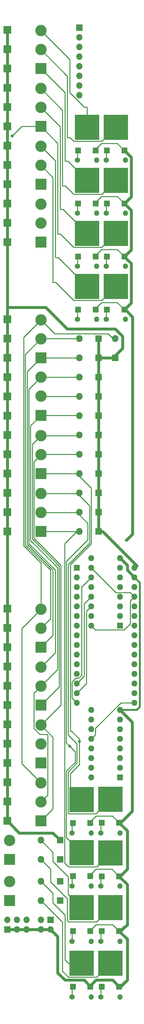
<source format=gtl>
%TF.GenerationSoftware,KiCad,Pcbnew,(5.1.6-0-10_14)*%
%TF.CreationDate,2020-09-12T21:29:34-04:00*%
%TF.ProjectId,smart-o-harp,736d6172-742d-46f2-9d68-6172702e6b69,rev?*%
%TF.SameCoordinates,Original*%
%TF.FileFunction,Copper,L1,Top*%
%TF.FilePolarity,Positive*%
%FSLAX46Y46*%
G04 Gerber Fmt 4.6, Leading zero omitted, Abs format (unit mm)*
G04 Created by KiCad (PCBNEW (5.1.6-0-10_14)) date 2020-09-12 21:29:34*
%MOMM*%
%LPD*%
G01*
G04 APERTURE LIST*
%TA.AperFunction,ComponentPad*%
%ADD10R,1.700000X1.700000*%
%TD*%
%TA.AperFunction,ComponentPad*%
%ADD11O,1.700000X1.700000*%
%TD*%
%TA.AperFunction,SMDPad,CuDef*%
%ADD12R,2.000000X2.000000*%
%TD*%
%TA.AperFunction,ComponentPad*%
%ADD13O,1.400000X1.400000*%
%TD*%
%TA.AperFunction,ComponentPad*%
%ADD14C,1.400000*%
%TD*%
%TA.AperFunction,ComponentPad*%
%ADD15C,3.000000*%
%TD*%
%TA.AperFunction,ComponentPad*%
%ADD16R,3.000000X3.000000*%
%TD*%
%TA.AperFunction,ComponentPad*%
%ADD17O,1.800000X1.800000*%
%TD*%
%TA.AperFunction,ComponentPad*%
%ADD18R,1.800000X1.800000*%
%TD*%
%TA.AperFunction,ComponentPad*%
%ADD19R,1.600000X1.600000*%
%TD*%
%TA.AperFunction,ComponentPad*%
%ADD20O,1.600000X1.600000*%
%TD*%
%TA.AperFunction,SMDPad,CuDef*%
%ADD21R,6.500000X6.700000*%
%TD*%
%TA.AperFunction,SMDPad,CuDef*%
%ADD22R,1.500000X1.600000*%
%TD*%
%TA.AperFunction,ViaPad*%
%ADD23C,0.800000*%
%TD*%
%TA.AperFunction,Conductor*%
%ADD24C,0.250000*%
%TD*%
%TA.AperFunction,Conductor*%
%ADD25C,0.800000*%
%TD*%
%TA.AperFunction,Conductor*%
%ADD26C,0.500000*%
%TD*%
G04 APERTURE END LIST*
D10*
%TO.P,keypad1,1*%
%TO.N,Net-(A1-Pad12)*%
X2540000Y-13335000D03*
D11*
%TO.P,keypad1,2*%
%TO.N,Net-(A1-Pad11)*%
X2540000Y-15875000D03*
%TO.P,keypad1,3*%
%TO.N,Net-(A1-Pad10)*%
X2540000Y-18415000D03*
%TO.P,keypad1,4*%
%TO.N,Net-(A1-Pad9)*%
X2540000Y-20955000D03*
%TO.P,keypad1,5*%
%TO.N,Net-(A1-Pad8)*%
X2540000Y-23495000D03*
%TO.P,keypad1,6*%
%TO.N,Net-(A1-Pad7)*%
X2540000Y-26035000D03*
%TO.P,keypad1,7*%
%TO.N,Net-(A1-Pad6)*%
X2540000Y-28575000D03*
%TO.P,keypad1,8*%
%TO.N,Net-(A1-Pad5)*%
X2540000Y-31115000D03*
%TD*%
D12*
%TO.P,J46,1*%
%TO.N,+12V*%
X-16510000Y-110490000D03*
%TD*%
%TO.P,J45,1*%
%TO.N,+12V*%
X-16510000Y-207010000D03*
%TD*%
%TO.P,J44,1*%
%TO.N,+12V*%
X-16510000Y-171450000D03*
%TD*%
%TO.P,J43,1*%
%TO.N,+12V*%
X-16510000Y-201930000D03*
%TD*%
%TO.P,J42,1*%
%TO.N,+12V*%
X-16510000Y-212090000D03*
%TD*%
%TO.P,J41,1*%
%TO.N,+12V*%
X-16510000Y-115570000D03*
%TD*%
%TO.P,J40,1*%
%TO.N,+12V*%
X-16510000Y-176530000D03*
%TD*%
%TO.P,J39,1*%
%TO.N,+12V*%
X-16510000Y-186690000D03*
%TD*%
%TO.P,J37,1*%
%TO.N,+12V*%
X-16510000Y-120650000D03*
%TD*%
%TO.P,J36,1*%
%TO.N,+12V*%
X-16510000Y-181610000D03*
%TD*%
%TO.P,J35,1*%
%TO.N,+12V*%
X-16510000Y-217170000D03*
%TD*%
%TO.P,J33,1*%
%TO.N,+12V*%
X-16510000Y-125730000D03*
%TD*%
%TO.P,J32,1*%
%TO.N,+12V*%
X-16510000Y-191770000D03*
%TD*%
%TO.P,J31,1*%
%TO.N,+12V*%
X-16510000Y-222250000D03*
%TD*%
%TO.P,J29,1*%
%TO.N,+12V*%
X-16510000Y-130810000D03*
%TD*%
%TO.P,J28,1*%
%TO.N,+12V*%
X-16510000Y-196850000D03*
%TD*%
%TO.P,J25,1*%
%TO.N,+12V*%
X-16510000Y-135890000D03*
%TD*%
%TO.P,J22,1*%
%TO.N,+12V*%
X-16510000Y-140970000D03*
%TD*%
%TO.P,J21,1*%
%TO.N,+12V*%
X-16510000Y-166370000D03*
%TD*%
%TO.P,J20,1*%
%TO.N,+12V*%
X-16510000Y-146050000D03*
%TD*%
%TO.P,J19,1*%
%TO.N,+12V*%
X-16510000Y-105410000D03*
%TD*%
%TO.P,J18,1*%
%TO.N,+12V*%
X-16510000Y-39370000D03*
%TD*%
%TO.P,J17,1*%
%TO.N,+12V*%
X-16510000Y-44450000D03*
%TD*%
%TO.P,J16,1*%
%TO.N,+12V*%
X-16510000Y-100330000D03*
%TD*%
%TO.P,J15,1*%
%TO.N,+12V*%
X-16510000Y-49530000D03*
%TD*%
%TO.P,J14,1*%
%TO.N,+12V*%
X-16510000Y-90170000D03*
%TD*%
%TO.P,J13,1*%
%TO.N,+12V*%
X-16510000Y-95250000D03*
%TD*%
%TO.P,J12,1*%
%TO.N,+12V*%
X-16510000Y-54610000D03*
%TD*%
%TO.P,J11,1*%
%TO.N,+12V*%
X-16510000Y-59690000D03*
%TD*%
%TO.P,J10,1*%
%TO.N,+12V*%
X-16510000Y-64770000D03*
%TD*%
%TO.P,J9,1*%
%TO.N,+12V*%
X-16510000Y-29210000D03*
%TD*%
%TO.P,J8,1*%
%TO.N,+12V*%
X-16510000Y-69850000D03*
%TD*%
%TO.P,J7,1*%
%TO.N,+12V*%
X-16510000Y-13970000D03*
%TD*%
%TO.P,J6,1*%
%TO.N,+12V*%
X-16510000Y-24130000D03*
%TD*%
%TO.P,J5,1*%
%TO.N,+12V*%
X-16510000Y-34290000D03*
%TD*%
%TO.P,J4,1*%
%TO.N,+12V*%
X-16510000Y-19050000D03*
%TD*%
D13*
%TO.P,R16,2*%
%TO.N,Net-(R16-Pad2)*%
X7112000Y-48260000D03*
D14*
%TO.P,R16,1*%
%TO.N,Net-(Q16-Pad1)*%
X2032000Y-48260000D03*
%TD*%
D13*
%TO.P,R15,2*%
%TO.N,Net-(R15-Pad2)*%
X14732000Y-48260000D03*
D14*
%TO.P,R15,1*%
%TO.N,Net-(Q15-Pad1)*%
X9652000Y-48260000D03*
%TD*%
D13*
%TO.P,R14,2*%
%TO.N,Net-(R14-Pad2)*%
X7112000Y-62230000D03*
D14*
%TO.P,R14,1*%
%TO.N,Net-(Q14-Pad1)*%
X2032000Y-62230000D03*
%TD*%
D13*
%TO.P,R13,2*%
%TO.N,Net-(R13-Pad2)*%
X14732000Y-62230000D03*
D14*
%TO.P,R13,1*%
%TO.N,Net-(Q13-Pad1)*%
X9652000Y-62230000D03*
%TD*%
D13*
%TO.P,R12,2*%
%TO.N,Net-(R12-Pad2)*%
X7112000Y-76200000D03*
D14*
%TO.P,R12,1*%
%TO.N,Net-(Q12-Pad1)*%
X2032000Y-76200000D03*
%TD*%
D13*
%TO.P,R11,2*%
%TO.N,Net-(R11-Pad2)*%
X14732000Y-76200000D03*
D14*
%TO.P,R11,1*%
%TO.N,Net-(Q11-Pad1)*%
X9652000Y-76200000D03*
%TD*%
D13*
%TO.P,R10,2*%
%TO.N,Net-(R10-Pad2)*%
X7112000Y-90170000D03*
D14*
%TO.P,R10,1*%
%TO.N,Net-(Q10-Pad1)*%
X2032000Y-90170000D03*
%TD*%
D13*
%TO.P,R9,2*%
%TO.N,Net-(R9-Pad2)*%
X14732000Y-90170000D03*
D14*
%TO.P,R9,1*%
%TO.N,Net-(Q9-Pad1)*%
X9652000Y-90170000D03*
%TD*%
D13*
%TO.P,R8,2*%
%TO.N,Net-(R8-Pad2)*%
X5715000Y-225425000D03*
D14*
%TO.P,R8,1*%
%TO.N,Net-(Q8-Pad1)*%
X635000Y-225425000D03*
%TD*%
D13*
%TO.P,R7,2*%
%TO.N,Net-(R7-Pad2)*%
X13335000Y-225425000D03*
D14*
%TO.P,R7,1*%
%TO.N,Net-(Q7-Pad1)*%
X8255000Y-225425000D03*
%TD*%
D13*
%TO.P,R6,2*%
%TO.N,Net-(R6-Pad2)*%
X5715000Y-239395000D03*
D14*
%TO.P,R6,1*%
%TO.N,Net-(Q6-Pad1)*%
X635000Y-239395000D03*
%TD*%
D13*
%TO.P,R5,2*%
%TO.N,Net-(R5-Pad2)*%
X13335000Y-239395000D03*
D14*
%TO.P,R5,1*%
%TO.N,Net-(Q5-Pad1)*%
X8255000Y-239395000D03*
%TD*%
D13*
%TO.P,R4,2*%
%TO.N,Net-(R4-Pad2)*%
X5715000Y-254000000D03*
D14*
%TO.P,R4,1*%
%TO.N,Net-(Q4-Pad1)*%
X635000Y-254000000D03*
%TD*%
D13*
%TO.P,R3,2*%
%TO.N,Net-(R3-Pad2)*%
X13335000Y-254000000D03*
D14*
%TO.P,R3,1*%
%TO.N,Net-(Q3-Pad1)*%
X8255000Y-254000000D03*
%TD*%
D13*
%TO.P,R2,2*%
%TO.N,Net-(R2-Pad2)*%
X5715000Y-268605000D03*
D14*
%TO.P,R2,1*%
%TO.N,Net-(Q2-Pad1)*%
X635000Y-268605000D03*
%TD*%
D13*
%TO.P,R1,2*%
%TO.N,Net-(R1-Pad2)*%
X13335000Y-268605000D03*
D14*
%TO.P,R1,1*%
%TO.N,Net-(Q1-Pad1)*%
X8255000Y-268605000D03*
%TD*%
D15*
%TO.P,C#_D_D#2,3*%
%TO.N,Net-(C#_D_D#1-Pad3)*%
X-7620000Y-136050000D03*
%TO.P,C#_D_D#2,2*%
%TO.N,Net-(C#_D_D#1-Pad2)*%
X-7620000Y-141050000D03*
D16*
%TO.P,C#_D_D#2,1*%
%TO.N,Net-(C#_D_D#1-Pad1)*%
X-7620000Y-146050000D03*
%TD*%
D15*
%TO.P,E_F_F#1,3*%
%TO.N,Net-(D11-Pad2)*%
X-7620000Y-44610000D03*
%TO.P,E_F_F#1,2*%
%TO.N,Net-(D10-Pad2)*%
X-7620000Y-49610000D03*
D16*
%TO.P,E_F_F#1,1*%
%TO.N,Net-(D9-Pad2)*%
X-7620000Y-54610000D03*
%TD*%
D17*
%TO.P,D8,2*%
%TO.N,Net-(C#_D_D#1-Pad3)*%
X2540000Y-135890000D03*
D18*
%TO.P,D8,1*%
%TO.N,+12V*%
X7620000Y-135890000D03*
%TD*%
D19*
%TO.P,U2,1*%
%TO.N,Net-(R15-Pad2)*%
X13335000Y-170815000D03*
D20*
%TO.P,U2,9*%
%TO.N,Net-(U1-Pad14)*%
X5715000Y-153035000D03*
%TO.P,U2,2*%
%TO.N,Net-(R14-Pad2)*%
X13335000Y-168275000D03*
%TO.P,U2,10*%
%TO.N,Net-(A1-Pad27)*%
X5715000Y-155575000D03*
%TO.P,U2,3*%
%TO.N,Net-(R13-Pad2)*%
X13335000Y-165735000D03*
%TO.P,U2,11*%
%TO.N,Net-(A1-Pad15)*%
X5715000Y-158115000D03*
%TO.P,U2,4*%
%TO.N,Net-(R12-Pad2)*%
X13335000Y-163195000D03*
%TO.P,U2,12*%
%TO.N,Net-(A1-Pad16)*%
X5715000Y-160655000D03*
%TO.P,U2,5*%
%TO.N,Net-(R11-Pad2)*%
X13335000Y-160655000D03*
%TO.P,U2,13*%
%TO.N,Net-(A1-Pad13)*%
X5715000Y-163195000D03*
%TO.P,U2,6*%
%TO.N,Net-(R10-Pad2)*%
X13335000Y-158115000D03*
%TO.P,U2,14*%
%TO.N,Net-(A1-Pad14)*%
X5715000Y-165735000D03*
%TO.P,U2,7*%
%TO.N,Net-(R9-Pad2)*%
X13335000Y-155575000D03*
%TO.P,U2,15*%
%TO.N,Net-(R16-Pad2)*%
X5715000Y-168275000D03*
%TO.P,U2,8*%
%TO.N,GND*%
X13335000Y-153035000D03*
%TO.P,U2,16*%
%TO.N,Net-(A1-Pad27)*%
X5715000Y-170815000D03*
%TD*%
D21*
%TO.P,Q16,2*%
%TO.N,Net-(Bb_B_C1-Pad3)*%
X4572000Y-39570000D03*
D22*
%TO.P,Q16,3*%
%TO.N,GND*%
X6872000Y-45720000D03*
%TO.P,Q16,1*%
%TO.N,Net-(Q16-Pad1)*%
X2272000Y-45720000D03*
%TD*%
D21*
%TO.P,Q15,2*%
%TO.N,Net-(Bb_B_C1-Pad2)*%
X12192000Y-39570000D03*
D22*
%TO.P,Q15,3*%
%TO.N,GND*%
X14492000Y-45720000D03*
%TO.P,Q15,1*%
%TO.N,Net-(Q15-Pad1)*%
X9892000Y-45720000D03*
%TD*%
D21*
%TO.P,Q14,2*%
%TO.N,Net-(Bb_B_C1-Pad1)*%
X4572000Y-53540000D03*
D22*
%TO.P,Q14,3*%
%TO.N,GND*%
X6872000Y-59690000D03*
%TO.P,Q14,1*%
%TO.N,Net-(Q14-Pad1)*%
X2272000Y-59690000D03*
%TD*%
D21*
%TO.P,Q13,2*%
%TO.N,Net-(D14-Pad2)*%
X12192000Y-53540000D03*
D22*
%TO.P,Q13,3*%
%TO.N,GND*%
X14492000Y-59690000D03*
%TO.P,Q13,1*%
%TO.N,Net-(Q13-Pad1)*%
X9892000Y-59690000D03*
%TD*%
D21*
%TO.P,Q12,2*%
%TO.N,Net-(D13-Pad2)*%
X4572000Y-67510000D03*
D22*
%TO.P,Q12,3*%
%TO.N,GND*%
X6872000Y-73660000D03*
%TO.P,Q12,1*%
%TO.N,Net-(Q12-Pad1)*%
X2272000Y-73660000D03*
%TD*%
D21*
%TO.P,Q11,2*%
%TO.N,Net-(D12-Pad2)*%
X12192000Y-67510000D03*
D22*
%TO.P,Q11,3*%
%TO.N,GND*%
X14492000Y-73660000D03*
%TO.P,Q11,1*%
%TO.N,Net-(Q11-Pad1)*%
X9892000Y-73660000D03*
%TD*%
D21*
%TO.P,Q10,2*%
%TO.N,Net-(D11-Pad2)*%
X4572000Y-81480000D03*
D22*
%TO.P,Q10,3*%
%TO.N,GND*%
X6872000Y-87630000D03*
%TO.P,Q10,1*%
%TO.N,Net-(Q10-Pad1)*%
X2272000Y-87630000D03*
%TD*%
D21*
%TO.P,Q9,2*%
%TO.N,Net-(D10-Pad2)*%
X12192000Y-81480000D03*
D22*
%TO.P,Q9,3*%
%TO.N,GND*%
X14492000Y-87630000D03*
%TO.P,Q9,1*%
%TO.N,Net-(Q9-Pad1)*%
X9892000Y-87630000D03*
%TD*%
D21*
%TO.P,Q8,2*%
%TO.N,Net-(D9-Pad2)*%
X3175000Y-216640000D03*
D22*
%TO.P,Q8,3*%
%TO.N,GND*%
X5475000Y-222790000D03*
%TO.P,Q8,1*%
%TO.N,Net-(Q8-Pad1)*%
X875000Y-222790000D03*
%TD*%
D21*
%TO.P,Q7,2*%
%TO.N,Net-(C#_D_D#1-Pad3)*%
X10795000Y-216535000D03*
D22*
%TO.P,Q7,3*%
%TO.N,GND*%
X13095000Y-222685000D03*
%TO.P,Q7,1*%
%TO.N,Net-(Q7-Pad1)*%
X8495000Y-222685000D03*
%TD*%
D21*
%TO.P,Q6,2*%
%TO.N,Net-(C#_D_D#1-Pad2)*%
X3175000Y-230610000D03*
D22*
%TO.P,Q6,3*%
%TO.N,GND*%
X5475000Y-236760000D03*
%TO.P,Q6,1*%
%TO.N,Net-(Q6-Pad1)*%
X875000Y-236760000D03*
%TD*%
D21*
%TO.P,Q5,2*%
%TO.N,Net-(C#_D_D#1-Pad1)*%
X10795000Y-230705000D03*
D22*
%TO.P,Q5,3*%
%TO.N,GND*%
X13095000Y-236855000D03*
%TO.P,Q5,1*%
%TO.N,Net-(Q5-Pad1)*%
X8495000Y-236855000D03*
%TD*%
D21*
%TO.P,Q4,2*%
%TO.N,Net-(D4-Pad2)*%
X3175000Y-245110000D03*
D22*
%TO.P,Q4,3*%
%TO.N,GND*%
X5475000Y-251260000D03*
%TO.P,Q4,1*%
%TO.N,Net-(Q4-Pad1)*%
X875000Y-251260000D03*
%TD*%
D21*
%TO.P,Q3,2*%
%TO.N,Net-(D3-Pad2)*%
X10795000Y-245110000D03*
D22*
%TO.P,Q3,3*%
%TO.N,GND*%
X13095000Y-251260000D03*
%TO.P,Q3,1*%
%TO.N,Net-(Q3-Pad1)*%
X8495000Y-251260000D03*
%TD*%
D21*
%TO.P,Q2,2*%
%TO.N,Net-(D2-Pad2)*%
X3175000Y-259715000D03*
D22*
%TO.P,Q2,3*%
%TO.N,GND*%
X5475000Y-265865000D03*
%TO.P,Q2,1*%
%TO.N,Net-(Q2-Pad1)*%
X875000Y-265865000D03*
%TD*%
D21*
%TO.P,Q1,2*%
%TO.N,Net-(D1-Pad2)*%
X10795000Y-259715000D03*
D22*
%TO.P,Q1,3*%
%TO.N,GND*%
X13095000Y-265865000D03*
%TO.P,Q1,1*%
%TO.N,Net-(Q1-Pad1)*%
X8495000Y-265865000D03*
%TD*%
D15*
%TO.P,J3,2*%
%TO.N,Net-(D4-Pad2)*%
X-15875000Y-227410000D03*
D16*
%TO.P,J3,1*%
%TO.N,Net-(D3-Pad2)*%
X-15875000Y-232410000D03*
%TD*%
D15*
%TO.P,J2,2*%
%TO.N,Net-(D2-Pad2)*%
X-15875000Y-238205000D03*
D16*
%TO.P,J2,1*%
%TO.N,Net-(D1-Pad2)*%
X-15875000Y-243205000D03*
%TD*%
D15*
%TO.P,G_G#_A2,3*%
%TO.N,Net-(D14-Pad2)*%
X-7620000Y-105410000D03*
%TO.P,G_G#_A2,2*%
%TO.N,Net-(D13-Pad2)*%
X-7620000Y-110410000D03*
D16*
%TO.P,G_G#_A2,1*%
%TO.N,Net-(D12-Pad2)*%
X-7620000Y-115410000D03*
%TD*%
D15*
%TO.P,G_G#_A1,3*%
%TO.N,Net-(D14-Pad2)*%
X-7620000Y-29370000D03*
%TO.P,G_G#_A1,2*%
%TO.N,Net-(D13-Pad2)*%
X-7620000Y-34370000D03*
D16*
%TO.P,G_G#_A1,1*%
%TO.N,Net-(D12-Pad2)*%
X-7620000Y-39370000D03*
%TD*%
%TO.P,F_G_C1,1*%
%TO.N,Net-(D10-Pad2)*%
X-7620000Y-222250000D03*
D15*
%TO.P,F_G_C1,2*%
%TO.N,Net-(D12-Pad2)*%
X-7620000Y-217250000D03*
%TO.P,F_G_C1,3*%
%TO.N,Net-(Bb_B_C1-Pad3)*%
X-7620000Y-212250000D03*
%TD*%
D16*
%TO.P,F#_G_A1,1*%
%TO.N,Net-(D11-Pad2)*%
X-7620000Y-191770000D03*
D15*
%TO.P,F#_G_A1,2*%
%TO.N,Net-(D12-Pad2)*%
X-7620000Y-186770000D03*
%TO.P,F#_G_A1,3*%
%TO.N,Net-(D14-Pad2)*%
X-7620000Y-181770000D03*
%TD*%
%TO.P,E_F_F#2,3*%
%TO.N,Net-(D11-Pad2)*%
X-7620000Y-120810000D03*
%TO.P,E_F_F#2,2*%
%TO.N,Net-(D10-Pad2)*%
X-7620000Y-125810000D03*
D16*
%TO.P,E_F_F#2,1*%
%TO.N,Net-(D9-Pad2)*%
X-7620000Y-130810000D03*
%TD*%
%TO.P,D_E_F1,1*%
%TO.N,Net-(C#_D_D#1-Pad2)*%
X-7620000Y-207010000D03*
D15*
%TO.P,D_E_F1,2*%
%TO.N,Net-(D9-Pad2)*%
X-7620000Y-202010000D03*
%TO.P,D_E_F1,3*%
%TO.N,Net-(D10-Pad2)*%
X-7620000Y-197010000D03*
%TD*%
%TO.P,C#_D_D#1,3*%
%TO.N,Net-(C#_D_D#1-Pad3)*%
X-7620000Y-59850000D03*
%TO.P,C#_D_D#1,2*%
%TO.N,Net-(C#_D_D#1-Pad2)*%
X-7620000Y-64850000D03*
D16*
%TO.P,C#_D_D#1,1*%
%TO.N,Net-(C#_D_D#1-Pad1)*%
X-7620000Y-69850000D03*
%TD*%
%TO.P,Bb_B_C3,1*%
%TO.N,Net-(Bb_B_C1-Pad1)*%
X-7620000Y-176530000D03*
D15*
%TO.P,Bb_B_C3,2*%
%TO.N,Net-(Bb_B_C1-Pad2)*%
X-7620000Y-171530000D03*
%TO.P,Bb_B_C3,3*%
%TO.N,Net-(Bb_B_C1-Pad3)*%
X-7620000Y-166530000D03*
%TD*%
%TO.P,Bb_B_C2,3*%
%TO.N,Net-(Bb_B_C1-Pad3)*%
X-7620000Y-90330000D03*
%TO.P,Bb_B_C2,2*%
%TO.N,Net-(Bb_B_C1-Pad2)*%
X-7620000Y-95330000D03*
D16*
%TO.P,Bb_B_C2,1*%
%TO.N,Net-(Bb_B_C1-Pad1)*%
X-7620000Y-100330000D03*
%TD*%
%TO.P,Bb_B_C1,1*%
%TO.N,Net-(Bb_B_C1-Pad1)*%
X-7620000Y-24130000D03*
D15*
%TO.P,Bb_B_C1,2*%
%TO.N,Net-(Bb_B_C1-Pad2)*%
X-7620000Y-19130000D03*
%TO.P,Bb_B_C1,3*%
%TO.N,Net-(Bb_B_C1-Pad3)*%
X-7620000Y-14130000D03*
%TD*%
D17*
%TO.P,D17,2*%
%TO.N,Net-(Bb_B_C1-Pad3)*%
X12065000Y-95250000D03*
D18*
%TO.P,D17,1*%
%TO.N,+12V*%
X12065000Y-100330000D03*
%TD*%
D17*
%TO.P,D16,2*%
%TO.N,Net-(Bb_B_C1-Pad2)*%
X2540000Y-95250000D03*
D18*
%TO.P,D16,1*%
%TO.N,+12V*%
X7620000Y-95250000D03*
%TD*%
D17*
%TO.P,D15,2*%
%TO.N,Net-(Bb_B_C1-Pad1)*%
X2540000Y-100330000D03*
D18*
%TO.P,D15,1*%
%TO.N,+12V*%
X7620000Y-100330000D03*
%TD*%
D17*
%TO.P,D14,2*%
%TO.N,Net-(D14-Pad2)*%
X2540000Y-105410000D03*
D18*
%TO.P,D14,1*%
%TO.N,+12V*%
X7620000Y-105410000D03*
%TD*%
D17*
%TO.P,D13,2*%
%TO.N,Net-(D13-Pad2)*%
X2540000Y-110490000D03*
D18*
%TO.P,D13,1*%
%TO.N,+12V*%
X7620000Y-110490000D03*
%TD*%
D17*
%TO.P,D12,2*%
%TO.N,Net-(D12-Pad2)*%
X2540000Y-115570000D03*
D18*
%TO.P,D12,1*%
%TO.N,+12V*%
X7620000Y-115570000D03*
%TD*%
D17*
%TO.P,D11,2*%
%TO.N,Net-(D11-Pad2)*%
X2540000Y-120650000D03*
D18*
%TO.P,D11,1*%
%TO.N,+12V*%
X7620000Y-120650000D03*
%TD*%
D17*
%TO.P,D10,2*%
%TO.N,Net-(D10-Pad2)*%
X2540000Y-125730000D03*
D18*
%TO.P,D10,1*%
%TO.N,+12V*%
X7620000Y-125730000D03*
%TD*%
D17*
%TO.P,D9,2*%
%TO.N,Net-(D9-Pad2)*%
X2540000Y-130810000D03*
D18*
%TO.P,D9,1*%
%TO.N,+12V*%
X7620000Y-130810000D03*
%TD*%
D17*
%TO.P,D6,2*%
%TO.N,Net-(C#_D_D#1-Pad2)*%
X2540000Y-140970000D03*
D18*
%TO.P,D6,1*%
%TO.N,+12V*%
X7620000Y-140970000D03*
%TD*%
D17*
%TO.P,D5,2*%
%TO.N,Net-(C#_D_D#1-Pad1)*%
X2540000Y-146050000D03*
D18*
%TO.P,D5,1*%
%TO.N,+12V*%
X7620000Y-146050000D03*
%TD*%
D17*
%TO.P,D4,2*%
%TO.N,Net-(D4-Pad2)*%
X-7620000Y-227330000D03*
D18*
%TO.P,D4,1*%
%TO.N,+12V*%
X-2540000Y-227330000D03*
%TD*%
D17*
%TO.P,D3,2*%
%TO.N,Net-(D3-Pad2)*%
X-7620000Y-232410000D03*
D18*
%TO.P,D3,1*%
%TO.N,+12V*%
X-2540000Y-232410000D03*
%TD*%
D17*
%TO.P,D2,2*%
%TO.N,Net-(D2-Pad2)*%
X-7620000Y-238125000D03*
D18*
%TO.P,D2,1*%
%TO.N,+12V*%
X-2540000Y-238125000D03*
%TD*%
D17*
%TO.P,D1,2*%
%TO.N,Net-(D1-Pad2)*%
X-7620000Y-243205000D03*
D18*
%TO.P,D1,1*%
%TO.N,+12V*%
X-2540000Y-243205000D03*
%TD*%
D10*
%TO.P,J1,1*%
%TO.N,+12V*%
X-5080000Y-248285000D03*
D11*
%TO.P,J1,2*%
%TO.N,GND*%
X-5080000Y-250825000D03*
%TO.P,J1,3*%
%TO.N,+12V*%
X-7620000Y-248285000D03*
%TO.P,J1,4*%
%TO.N,GND*%
X-7620000Y-250825000D03*
%TD*%
D19*
%TO.P,A1,1*%
%TO.N,Net-(A1-Pad1)*%
X1905000Y-155575000D03*
D20*
%TO.P,A1,17*%
%TO.N,Net-(A1-Pad17)*%
X17145000Y-188595000D03*
%TO.P,A1,2*%
%TO.N,Net-(A1-Pad2)*%
X1905000Y-158115000D03*
%TO.P,A1,18*%
%TO.N,Net-(A1-Pad18)*%
X17145000Y-186055000D03*
%TO.P,A1,3*%
%TO.N,Net-(A1-Pad3)*%
X1905000Y-160655000D03*
%TO.P,A1,19*%
%TO.N,Net-(A1-Pad19)*%
X17145000Y-183515000D03*
%TO.P,A1,4*%
%TO.N,GND*%
X1905000Y-163195000D03*
%TO.P,A1,20*%
%TO.N,Net-(A1-Pad20)*%
X17145000Y-180975000D03*
%TO.P,A1,5*%
%TO.N,Net-(A1-Pad5)*%
X1905000Y-165735000D03*
%TO.P,A1,21*%
%TO.N,Net-(A1-Pad21)*%
X17145000Y-178435000D03*
%TO.P,A1,6*%
%TO.N,Net-(A1-Pad6)*%
X1905000Y-168275000D03*
%TO.P,A1,22*%
%TO.N,Net-(A1-Pad22)*%
X17145000Y-175895000D03*
%TO.P,A1,7*%
%TO.N,Net-(A1-Pad7)*%
X1905000Y-170815000D03*
%TO.P,A1,23*%
%TO.N,Net-(A1-Pad23)*%
X17145000Y-173355000D03*
%TO.P,A1,8*%
%TO.N,Net-(A1-Pad8)*%
X1905000Y-173355000D03*
%TO.P,A1,24*%
%TO.N,Net-(A1-Pad24)*%
X17145000Y-170815000D03*
%TO.P,A1,9*%
%TO.N,Net-(A1-Pad9)*%
X1905000Y-175895000D03*
%TO.P,A1,25*%
%TO.N,Net-(A1-Pad25)*%
X17145000Y-168275000D03*
%TO.P,A1,10*%
%TO.N,Net-(A1-Pad10)*%
X1905000Y-178435000D03*
%TO.P,A1,26*%
%TO.N,Net-(A1-Pad26)*%
X17145000Y-165735000D03*
%TO.P,A1,11*%
%TO.N,Net-(A1-Pad11)*%
X1905000Y-180975000D03*
%TO.P,A1,27*%
%TO.N,Net-(A1-Pad27)*%
X17145000Y-163195000D03*
%TO.P,A1,12*%
%TO.N,Net-(A1-Pad12)*%
X1905000Y-183515000D03*
%TO.P,A1,28*%
%TO.N,Net-(A1-Pad28)*%
X17145000Y-160655000D03*
%TO.P,A1,13*%
%TO.N,Net-(A1-Pad13)*%
X1905000Y-186055000D03*
%TO.P,A1,29*%
%TO.N,GND*%
X17145000Y-158115000D03*
%TO.P,A1,14*%
%TO.N,Net-(A1-Pad14)*%
X1905000Y-188595000D03*
%TO.P,A1,30*%
%TO.N,+12V*%
X17145000Y-155575000D03*
%TO.P,A1,15*%
%TO.N,Net-(A1-Pad15)*%
X1905000Y-191135000D03*
%TO.P,A1,16*%
%TO.N,Net-(A1-Pad16)*%
X17145000Y-191135000D03*
%TD*%
D10*
%TO.P,solenoid_power1,1*%
%TO.N,GND*%
X-16510000Y-250825000D03*
D11*
%TO.P,solenoid_power1,2*%
%TO.N,+12V*%
X-16510000Y-248285000D03*
%TO.P,solenoid_power1,3*%
%TO.N,GND*%
X-13970000Y-250825000D03*
%TO.P,solenoid_power1,4*%
%TO.N,+12V*%
X-13970000Y-248285000D03*
%TO.P,solenoid_power1,5*%
%TO.N,GND*%
X-11430000Y-250825000D03*
%TO.P,solenoid_power1,6*%
%TO.N,+12V*%
X-11430000Y-248285000D03*
%TD*%
D20*
%TO.P,U1,16*%
%TO.N,Net-(A1-Pad27)*%
X5715000Y-210820000D03*
%TO.P,U1,8*%
%TO.N,GND*%
X13335000Y-193040000D03*
%TO.P,U1,15*%
%TO.N,Net-(R8-Pad2)*%
X5715000Y-208280000D03*
%TO.P,U1,7*%
%TO.N,Net-(R1-Pad2)*%
X13335000Y-195580000D03*
%TO.P,U1,14*%
%TO.N,Net-(U1-Pad14)*%
X5715000Y-205740000D03*
%TO.P,U1,6*%
%TO.N,Net-(R2-Pad2)*%
X13335000Y-198120000D03*
%TO.P,U1,13*%
%TO.N,Net-(A1-Pad13)*%
X5715000Y-203200000D03*
%TO.P,U1,5*%
%TO.N,Net-(R3-Pad2)*%
X13335000Y-200660000D03*
%TO.P,U1,12*%
%TO.N,Net-(A1-Pad16)*%
X5715000Y-200660000D03*
%TO.P,U1,4*%
%TO.N,Net-(R4-Pad2)*%
X13335000Y-203200000D03*
%TO.P,U1,11*%
%TO.N,Net-(A1-Pad15)*%
X5715000Y-198120000D03*
%TO.P,U1,3*%
%TO.N,Net-(R5-Pad2)*%
X13335000Y-205740000D03*
%TO.P,U1,10*%
%TO.N,Net-(A1-Pad27)*%
X5715000Y-195580000D03*
%TO.P,U1,2*%
%TO.N,Net-(R6-Pad2)*%
X13335000Y-208280000D03*
%TO.P,U1,9*%
%TO.N,Net-(U1-Pad9)*%
X5715000Y-193040000D03*
D19*
%TO.P,U1,1*%
%TO.N,Net-(R7-Pad2)*%
X13335000Y-210820000D03*
%TD*%
D23*
%TO.N,GND*%
X14995001Y-148345001D03*
%TO.N,Net-(D9-Pad2)*%
X2540000Y-201295000D03*
%TO.N,Net-(D12-Pad2)*%
X-15240000Y-41910000D03*
%TO.N,Net-(C#_D_D#1-Pad2)*%
X0Y-202565000D03*
%TD*%
D24*
%TO.N,GND*%
X6872000Y-45720000D02*
X6872000Y-45325000D01*
X6872000Y-45325000D02*
X8382000Y-43815000D01*
X12587000Y-43815000D02*
X14492000Y-45720000D01*
X8382000Y-43815000D02*
X12587000Y-43815000D01*
X6872000Y-59690000D02*
X6872000Y-59295000D01*
X6872000Y-59295000D02*
X8382000Y-57785000D01*
X12587000Y-57785000D02*
X14492000Y-59690000D01*
X8382000Y-57785000D02*
X12587000Y-57785000D01*
X6872000Y-73660000D02*
X6872000Y-73265000D01*
X6872000Y-73265000D02*
X8382000Y-71755000D01*
X12587000Y-71755000D02*
X14492000Y-73660000D01*
X8382000Y-71755000D02*
X12587000Y-71755000D01*
X6872000Y-87630000D02*
X6872000Y-87235000D01*
X6872000Y-87235000D02*
X8382000Y-85725000D01*
X12587000Y-85725000D02*
X14492000Y-87630000D01*
X8382000Y-85725000D02*
X12587000Y-85725000D01*
X5475000Y-222790000D02*
X5475000Y-222490000D01*
X5475000Y-222490000D02*
X6985000Y-220980000D01*
X11390000Y-220980000D02*
X13095000Y-222685000D01*
X6985000Y-220980000D02*
X11390000Y-220980000D01*
X5475000Y-236760000D02*
X5475000Y-236460000D01*
X5475000Y-236460000D02*
X6985000Y-234950000D01*
X11190000Y-234950000D02*
X13095000Y-236855000D01*
X6985000Y-234950000D02*
X11190000Y-234950000D01*
X5475000Y-251260000D02*
X5475000Y-251065000D01*
X5475000Y-251065000D02*
X6985000Y-249555000D01*
X11390000Y-249555000D02*
X13095000Y-251260000D01*
X6985000Y-249555000D02*
X11390000Y-249555000D01*
X5475000Y-265865000D02*
X5475000Y-265670000D01*
D25*
X5475000Y-265670000D02*
X6985000Y-264160000D01*
X11390000Y-264160000D02*
X13095000Y-265865000D01*
X6985000Y-264160000D02*
X11390000Y-264160000D01*
D24*
X13095000Y-265865000D02*
X14370001Y-264589999D01*
X14370001Y-238130001D02*
X13095000Y-236855000D01*
X13095000Y-251260000D02*
X14370001Y-249984999D01*
X14370001Y-223960001D02*
X13095000Y-222685000D01*
X13095000Y-236855000D02*
X14370001Y-235579999D01*
X13095000Y-222685000D02*
X13535000Y-222685000D01*
D25*
X13535000Y-222685000D02*
X16510000Y-219710000D01*
X16510000Y-196215000D02*
X13335000Y-193040000D01*
X16510000Y-219710000D02*
X16510000Y-196215000D01*
D24*
X5475000Y-265865000D02*
X5475000Y-266305000D01*
X5475000Y-265865000D02*
X5475000Y-265825000D01*
D25*
X5475000Y-265825000D02*
X3810000Y-264160000D01*
D24*
X13095000Y-265865000D02*
X13535000Y-265865000D01*
D25*
X13535000Y-265865000D02*
X15240000Y-264160000D01*
X15240000Y-264160000D02*
X15240000Y-253405000D01*
D24*
X13095000Y-251260000D02*
X13535000Y-251260000D01*
D25*
X13535000Y-251260000D02*
X15240000Y-249555000D01*
X15240000Y-239000000D02*
X13095000Y-236855000D01*
X15240000Y-249555000D02*
X15240000Y-239000000D01*
D24*
X13095000Y-236855000D02*
X13335000Y-236855000D01*
D25*
X13335000Y-236855000D02*
X15240000Y-234950000D01*
X15240000Y-224830000D02*
X13095000Y-222685000D01*
X15240000Y-234950000D02*
X15240000Y-224830000D01*
X15240000Y-253405000D02*
X13095000Y-251260000D01*
D24*
X14995001Y-148345001D02*
X14995001Y-148345001D01*
X14492000Y-87630000D02*
X14732000Y-87630000D01*
D25*
X14732000Y-87630000D02*
X16637000Y-89535000D01*
X15875000Y-147465002D02*
X14995001Y-148345001D01*
X15240000Y-154940000D02*
X13970000Y-153670000D01*
X15240000Y-156210000D02*
X15240000Y-154940000D01*
X17145000Y-158115000D02*
X15240000Y-156210000D01*
X13970000Y-153670000D02*
X13335000Y-153035000D01*
X14605000Y-154305000D02*
X13970000Y-153670000D01*
D26*
X18542000Y-159512000D02*
X17145000Y-158115000D01*
X18542000Y-192278000D02*
X18542000Y-159512000D01*
X17780000Y-193040000D02*
X18542000Y-192278000D01*
X13335000Y-193040000D02*
X17780000Y-193040000D01*
D25*
X15374000Y-74542000D02*
X14492000Y-73660000D01*
X14492000Y-87630000D02*
X15767001Y-86354999D01*
X15767001Y-86340999D02*
X16256000Y-85852000D01*
X16256000Y-85852000D02*
X16256000Y-75424000D01*
D24*
X15767001Y-86354999D02*
X15767001Y-86340999D01*
D25*
X16256000Y-75424000D02*
X15374000Y-74542000D01*
X15501000Y-60699000D02*
X14492000Y-59690000D01*
X16256000Y-71882000D02*
X16256000Y-61454000D01*
X15767001Y-72370999D02*
X16256000Y-71882000D01*
D24*
X15767001Y-72384999D02*
X15767001Y-72370999D01*
D25*
X16256000Y-61454000D02*
X15501000Y-60699000D01*
X14492000Y-73660000D02*
X15767001Y-72384999D01*
X14492000Y-59690000D02*
X15767001Y-58414999D01*
X16256000Y-57912000D02*
X16256000Y-47484000D01*
X15501000Y-46729000D02*
X14492000Y-45720000D01*
X15767001Y-58400999D02*
X16256000Y-57912000D01*
X16256000Y-47484000D02*
X15501000Y-46729000D01*
X15767001Y-58414999D02*
X15767001Y-58400999D01*
X15875000Y-147447000D02*
X16637000Y-146685000D01*
D24*
X15875000Y-147465002D02*
X15875000Y-147447000D01*
D25*
X16637000Y-89535000D02*
X16637000Y-146685000D01*
X-16510000Y-250825000D02*
X-5080000Y-250825000D01*
X-5080000Y-250825000D02*
X-3175000Y-252730000D01*
X3810000Y-264160000D02*
X-1270000Y-264160000D01*
X-1270000Y-264160000D02*
X-3175000Y-262255000D01*
X-3175000Y-262255000D02*
X-3175000Y-260985000D01*
D24*
X-3175000Y-260985000D02*
X-3175000Y-261186412D01*
D25*
X-3175000Y-252730000D02*
X-3175000Y-260985000D01*
D24*
%TO.N,Net-(A1-Pad27)*%
X16019999Y-170315003D02*
X16019999Y-164320001D01*
X5715000Y-170815000D02*
X6840001Y-171940001D01*
X6840001Y-171940001D02*
X14395001Y-171940001D01*
X16019999Y-164320001D02*
X17145000Y-163195000D01*
X14395001Y-171940001D02*
X16019999Y-170315003D01*
X16019999Y-162069999D02*
X12209999Y-162069999D01*
X17145000Y-163195000D02*
X16019999Y-162069999D01*
X12209999Y-162069999D02*
X5715000Y-155575000D01*
%TO.N,Net-(A1-Pad13)*%
X1905000Y-186055000D02*
X3810000Y-184150000D01*
X3810000Y-165100000D02*
X5715000Y-163195000D01*
X3810000Y-184150000D02*
X3810000Y-165100000D01*
%TO.N,Net-(A1-Pad14)*%
X1905000Y-188595000D02*
X4445000Y-186055000D01*
X4445000Y-167005000D02*
X5715000Y-165735000D01*
X4445000Y-186055000D02*
X4445000Y-167005000D01*
D25*
%TO.N,+12V*%
X7620000Y-100330000D02*
X12065000Y-100330000D01*
X-16510000Y-86995000D02*
X-16510000Y-13970000D01*
X-6350000Y-86995000D02*
X-635000Y-92710000D01*
X-635000Y-92710000D02*
X12065000Y-92710000D01*
X12065000Y-92710000D02*
X13970000Y-94615000D01*
X13970000Y-97790000D02*
X11430000Y-100330000D01*
X13970000Y-94615000D02*
X13970000Y-97790000D01*
D24*
X17145000Y-155060000D02*
X17145000Y-155575000D01*
D25*
X8770000Y-146050000D02*
X17780000Y-155060000D01*
D24*
X6985000Y-146050000D02*
X8135000Y-146050000D01*
D25*
X-16510000Y-86995000D02*
X-16510000Y-222250000D01*
X-4445000Y-225425000D02*
X-2540000Y-227330000D01*
X-13335000Y-225425000D02*
X-4445000Y-225425000D01*
X-16510000Y-222250000D02*
X-13335000Y-225425000D01*
X-6350000Y-86995000D02*
X-16510000Y-86995000D01*
X7620000Y-95250000D02*
X7620000Y-146050000D01*
X8770000Y-146050000D02*
X7620000Y-146050000D01*
D24*
X17660000Y-155060000D02*
X17145000Y-155575000D01*
X17780000Y-155060000D02*
X17660000Y-155060000D01*
%TO.N,Net-(A1-Pad15)*%
X3175000Y-183910002D02*
X3175000Y-160655000D01*
X635000Y-189865000D02*
X635000Y-185659998D01*
X2445001Y-184640001D02*
X3175000Y-183910002D01*
X1654997Y-184640001D02*
X2445001Y-184640001D01*
X635000Y-185659998D02*
X1654997Y-184640001D01*
X1905000Y-191135000D02*
X635000Y-189865000D01*
X3175000Y-160655000D02*
X5715000Y-158115000D01*
%TO.N,Net-(A1-Pad16)*%
X13574998Y-191135000D02*
X17145000Y-191135000D01*
X6840001Y-199534999D02*
X6840001Y-197869997D01*
X6840001Y-197869997D02*
X13574998Y-191135000D01*
X5715000Y-200660000D02*
X6840001Y-199534999D01*
%TO.N,Net-(D1-Pad2)*%
X-335001Y-263390001D02*
X-1905000Y-261820002D01*
X7119999Y-263390001D02*
X-335001Y-263390001D01*
X10795000Y-259715000D02*
X7119999Y-263390001D01*
X-1905000Y-248920000D02*
X-7620000Y-243205000D01*
X-1905000Y-261820002D02*
X-1905000Y-248920000D01*
%TO.N,Net-(D2-Pad2)*%
X-4445000Y-243840000D02*
X-4445000Y-241300000D01*
X-1270000Y-258770000D02*
X-1270000Y-247015000D01*
X-325000Y-259715000D02*
X-1270000Y-258770000D01*
X-1270000Y-247015000D02*
X-4445000Y-243840000D01*
X-4445000Y-241300000D02*
X-7620000Y-238125000D01*
X3175000Y-259715000D02*
X-325000Y-259715000D01*
%TO.N,Net-(D3-Pad2)*%
X-335001Y-248785001D02*
X-635000Y-248485002D01*
X7119999Y-248785001D02*
X-335001Y-248785001D01*
X10795000Y-245110000D02*
X7119999Y-248785001D01*
X-635000Y-242724998D02*
X-5080000Y-238279998D01*
X-635000Y-248485002D02*
X-635000Y-242724998D01*
X-5080000Y-234950000D02*
X-7620000Y-232410000D01*
X-5080000Y-238279998D02*
X-5080000Y-234950000D01*
%TO.N,Net-(D4-Pad2)*%
X-390001Y-236945001D02*
X-4445000Y-232890002D01*
X-390001Y-241544999D02*
X-390001Y-236945001D01*
X3175000Y-245110000D02*
X-390001Y-241544999D01*
X-4445000Y-230505000D02*
X-7620000Y-227330000D01*
X-4445000Y-232890002D02*
X-4445000Y-230505000D01*
%TO.N,Net-(D9-Pad2)*%
X5715000Y-134620000D02*
X1905000Y-130810000D01*
X5715000Y-149225000D02*
X5715000Y-134620000D01*
X184990Y-198570010D02*
X184990Y-154755010D01*
X450010Y-198570010D02*
X184990Y-198570010D01*
X3175000Y-216640000D02*
X184990Y-213649990D01*
X2540000Y-207379980D02*
X2540000Y-201295000D01*
X184990Y-154755010D02*
X5715000Y-149225000D01*
X2540000Y-200660000D02*
X450010Y-198570010D01*
X184990Y-209734990D02*
X2540000Y-207379980D01*
X184990Y-213649990D02*
X184990Y-209734990D01*
X2540000Y-201295000D02*
X2540000Y-200660000D01*
X1905000Y-130810000D02*
X-7620000Y-130810000D01*
%TO.N,Net-(D10-Pad2)*%
X-7540000Y-125730000D02*
X-7620000Y-125810000D01*
X1905000Y-125730000D02*
X-7540000Y-125730000D01*
X1061999Y-85155001D02*
X-3683000Y-80410002D01*
X8516999Y-85155001D02*
X1061999Y-85155001D01*
X12192000Y-81480000D02*
X8516999Y-85155001D01*
X-4445000Y-52785000D02*
X-7620000Y-49610000D01*
X-9445001Y-147810001D02*
X-2315002Y-154940000D01*
X-9445001Y-127635001D02*
X-9445001Y-147810001D01*
X-7620000Y-125810000D02*
X-9445001Y-127635001D01*
X-2315002Y-191705002D02*
X-7620000Y-197010000D01*
X-2315002Y-154940000D02*
X-2315002Y-191705002D01*
X-4445000Y-200185000D02*
X-7620000Y-197010000D01*
X-4445000Y-219075000D02*
X-4445000Y-200185000D01*
X-7620000Y-222250000D02*
X-4445000Y-219075000D01*
X-4445000Y-80410002D02*
X-4445000Y-52785000D01*
X-3683000Y-80410002D02*
X-4445000Y-80410002D01*
%TO.N,Net-(D11-Pad2)*%
X1745000Y-120810000D02*
X1905000Y-120650000D01*
X-7620000Y-120810000D02*
X1745000Y-120810000D01*
X4572000Y-81480000D02*
X-3048000Y-73860000D01*
X-3810000Y-48420000D02*
X-7620000Y-44610000D01*
X-3810000Y-73860000D02*
X-3810000Y-48420000D01*
X-9895010Y-123085010D02*
X-9895010Y-147996402D01*
X-7620000Y-120810000D02*
X-9895010Y-123085010D01*
X-9895010Y-147996402D02*
X-2765012Y-155126400D01*
X-2765012Y-186915012D02*
X-7620000Y-191770000D01*
X-2765012Y-155126400D02*
X-2765012Y-186915012D01*
X-3048000Y-73860000D02*
X-3810000Y-73860000D01*
%TO.N,Net-(D12-Pad2)*%
X1745000Y-115410000D02*
X1905000Y-115570000D01*
X-7620000Y-115410000D02*
X1745000Y-115410000D01*
X8516999Y-71185001D02*
X1061999Y-71185001D01*
X1061999Y-71185001D02*
X-2413000Y-67710002D01*
X12192000Y-67510000D02*
X8516999Y-71185001D01*
X-3175000Y-67710002D02*
X-3175000Y-43815000D01*
X-10345019Y-118135019D02*
X-10345019Y-148404981D01*
X-7620000Y-115410000D02*
X-10345019Y-118135019D01*
X-10345019Y-148404981D02*
X-3215022Y-155534978D01*
X-3215022Y-155534978D02*
X-3215022Y-182365022D01*
X-3215022Y-182365022D02*
X-7620000Y-186770000D01*
X-9445001Y-188595001D02*
X-7620000Y-186770000D01*
X-7859591Y-199471411D02*
X-9445001Y-197886001D01*
X-9445001Y-197886001D02*
X-9445001Y-188595001D01*
X-5794999Y-199471411D02*
X-7859591Y-199471411D01*
X-5794999Y-215424999D02*
X-5794999Y-199471411D01*
X-7620000Y-217250000D02*
X-5794999Y-215424999D01*
X-2413000Y-67710002D02*
X-3175000Y-67710002D01*
X-3175000Y-43815000D02*
X-7620000Y-39370000D01*
X-7620000Y-39370000D02*
X-12700000Y-39370000D01*
X-12700000Y-39370000D02*
X-15240000Y-41910000D01*
X-15240000Y-41910000D02*
X-15240000Y-41910000D01*
%TO.N,Net-(D13-Pad2)*%
X-7540000Y-110490000D02*
X-7620000Y-110410000D01*
X1905000Y-110490000D02*
X-7540000Y-110490000D01*
X-2540000Y-61160000D02*
X-2540000Y-39450000D01*
X-2540000Y-39450000D02*
X-7620000Y-34370000D01*
X4572000Y-67510000D02*
X-1778000Y-61160000D01*
X-1778000Y-61160000D02*
X-2540000Y-61160000D01*
%TO.N,Net-(D14-Pad2)*%
X12192000Y-53540000D02*
X8516999Y-57215001D01*
X-7620000Y-105410000D02*
X1270000Y-105410000D01*
X1270000Y-105410000D02*
X1905000Y-105410000D01*
X1061999Y-57215001D02*
X-1143000Y-55010002D01*
X8516999Y-57215001D02*
X1061999Y-57215001D01*
X-1905000Y-35085000D02*
X-7620000Y-29370000D01*
X-1905000Y-55010002D02*
X-1905000Y-35085000D01*
X-10795028Y-149224972D02*
X-3810000Y-156210000D01*
X-10795028Y-108585028D02*
X-10795028Y-149224972D01*
X-3810000Y-177960000D02*
X-7620000Y-181770000D01*
X-3810000Y-156210000D02*
X-3810000Y-177960000D01*
X-7620000Y-105410000D02*
X-10795028Y-108585028D01*
X-1143000Y-55010002D02*
X-1905000Y-55010002D01*
%TO.N,Net-(Bb_B_C1-Pad3)*%
X-7239999Y-14510001D02*
X-7620000Y-14130000D01*
X4572000Y-39570000D02*
X4572000Y-34290000D01*
X3810000Y-34290000D02*
X0Y-30480000D01*
X0Y-21750000D02*
X-7620000Y-14130000D01*
X0Y-30480000D02*
X0Y-21750000D01*
X-7620000Y-90330000D02*
X-3970000Y-93980000D01*
X10160000Y-93980000D02*
X11430000Y-95250000D01*
X-3970000Y-93980000D02*
X10160000Y-93980000D01*
X-12145056Y-94855056D02*
X-7620000Y-90330000D01*
X-7620000Y-166530000D02*
X-7620000Y-154309230D01*
X-7620000Y-154309230D02*
X-11989174Y-149940056D01*
X-11989174Y-149940056D02*
X-12145056Y-149940056D01*
X-12145056Y-149940056D02*
X-12145056Y-94855056D01*
X-7620000Y-212250000D02*
X-12700000Y-207170000D01*
X-12700000Y-171610000D02*
X-7620000Y-166530000D01*
X-12700000Y-207170000D02*
X-12700000Y-171610000D01*
X4572000Y-34290000D02*
X3810000Y-34290000D01*
%TO.N,Net-(Bb_B_C1-Pad2)*%
X12192000Y-39570000D02*
X8516999Y-43245001D01*
X-7540000Y-95250000D02*
X-7620000Y-95330000D01*
X1905000Y-95250000D02*
X-7540000Y-95250000D01*
X1061999Y-43245001D02*
X127000Y-42310002D01*
X8516999Y-43245001D02*
X1061999Y-43245001D01*
X-635000Y-26115000D02*
X-7620000Y-19130000D01*
X-635000Y-42310002D02*
X-635000Y-26115000D01*
X-11695046Y-99405046D02*
X-11695046Y-149597774D01*
X-7620000Y-95330000D02*
X-11695046Y-99405046D01*
X-11695046Y-149597774D02*
X-5080000Y-156212820D01*
X-5080000Y-168990000D02*
X-7620000Y-171530000D01*
X-5080000Y-156212820D02*
X-5080000Y-168990000D01*
X127000Y-42310002D02*
X-635000Y-42310002D01*
%TO.N,Net-(Bb_B_C1-Pad1)*%
X-7620000Y-100330000D02*
X1905000Y-100330000D01*
X4572000Y-53540000D02*
X-508000Y-48460000D01*
X-1270000Y-30480000D02*
X-7620000Y-24130000D01*
X-1270000Y-48460000D02*
X-1270000Y-30480000D01*
X-11245037Y-103955037D02*
X-11245037Y-149411373D01*
X-7620000Y-100330000D02*
X-11245037Y-103955037D01*
X-11245037Y-149411373D02*
X-4445000Y-156211410D01*
X-4445000Y-173355000D02*
X-7620000Y-176530000D01*
X-4445000Y-156211410D02*
X-4445000Y-173355000D01*
X-508000Y-48460000D02*
X-1270000Y-48460000D01*
%TO.N,Net-(C#_D_D#1-Pad3)*%
X5264990Y-139249990D02*
X1905000Y-135890000D01*
X5264990Y-149038600D02*
X5264990Y-139249990D01*
X-400001Y-154703591D02*
X5264990Y-149038600D01*
X-400001Y-199624999D02*
X-400001Y-154703591D01*
X1905000Y-201930000D02*
X1270000Y-201295000D01*
X1905000Y-207010000D02*
X1905000Y-201930000D01*
X-400001Y-209315001D02*
X1905000Y-207010000D01*
X-400001Y-220250001D02*
X-400001Y-209315001D01*
X-335001Y-220315001D02*
X-400001Y-220250001D01*
X7014999Y-220315001D02*
X-335001Y-220315001D01*
X10795000Y-216535000D02*
X7014999Y-220315001D01*
X1270000Y-201295000D02*
X-400001Y-199624999D01*
X1745000Y-136050000D02*
X1905000Y-135890000D01*
X-7620000Y-136050000D02*
X1745000Y-136050000D01*
%TO.N,Net-(C#_D_D#1-Pad2)*%
X1825000Y-141050000D02*
X1905000Y-140970000D01*
X-7620000Y-141050000D02*
X1825000Y-141050000D01*
X3175000Y-230610000D02*
X2010000Y-230610000D01*
X-850010Y-153885010D02*
X4814980Y-148220020D01*
X4814980Y-148220020D02*
X4814980Y-143879980D01*
X-850010Y-201714990D02*
X-850010Y-153885010D01*
X1454990Y-206823600D02*
X1454990Y-204019990D01*
X4814980Y-143879980D02*
X1905000Y-140970000D01*
X1454990Y-204019990D02*
X0Y-202565000D01*
X-850010Y-226584990D02*
X-850010Y-209128600D01*
X-850010Y-209128600D02*
X1454990Y-206823600D01*
X3175000Y-230610000D02*
X-850010Y-226584990D01*
X0Y-202565000D02*
X-850010Y-201714990D01*
%TO.N,Net-(C#_D_D#1-Pad1)*%
X-7620000Y-146990002D02*
X-7620000Y-146050000D01*
X-7620000Y-146050000D02*
X1905000Y-146050000D01*
X-1300020Y-149255020D02*
X1905000Y-146050000D01*
X-1300020Y-233319982D02*
X-1300020Y-149255020D01*
X-335001Y-234285001D02*
X-1300020Y-233319982D01*
X7214999Y-234285001D02*
X-335001Y-234285001D01*
X10795000Y-230705000D02*
X7214999Y-234285001D01*
%TO.N,Net-(Q1-Pad1)*%
X8255000Y-266105000D02*
X8495000Y-265865000D01*
X8255000Y-268605000D02*
X8255000Y-266105000D01*
%TO.N,Net-(Q2-Pad1)*%
X635000Y-266105000D02*
X875000Y-265865000D01*
X635000Y-268605000D02*
X635000Y-266105000D01*
%TO.N,Net-(Q3-Pad1)*%
X8255000Y-251500000D02*
X8495000Y-251260000D01*
X8255000Y-254000000D02*
X8255000Y-251500000D01*
%TO.N,Net-(Q4-Pad1)*%
X635000Y-251500000D02*
X875000Y-251260000D01*
X635000Y-254000000D02*
X635000Y-251500000D01*
%TO.N,Net-(Q5-Pad1)*%
X8255000Y-237095000D02*
X8495000Y-236855000D01*
X8255000Y-239395000D02*
X8255000Y-237095000D01*
%TO.N,Net-(Q6-Pad1)*%
X635000Y-237000000D02*
X875000Y-236760000D01*
X635000Y-239395000D02*
X635000Y-237000000D01*
%TO.N,Net-(Q7-Pad1)*%
X8255000Y-222925000D02*
X8495000Y-222685000D01*
X8255000Y-225425000D02*
X8255000Y-222925000D01*
%TO.N,Net-(Q8-Pad1)*%
X635000Y-223030000D02*
X875000Y-222790000D01*
X635000Y-225425000D02*
X635000Y-223030000D01*
%TO.N,Net-(Q9-Pad1)*%
X9652000Y-87870000D02*
X9892000Y-87630000D01*
X9652000Y-90170000D02*
X9652000Y-87870000D01*
%TO.N,Net-(Q10-Pad1)*%
X2032000Y-87870000D02*
X2272000Y-87630000D01*
X2032000Y-90170000D02*
X2032000Y-87870000D01*
%TO.N,Net-(Q11-Pad1)*%
X9652000Y-73900000D02*
X9892000Y-73660000D01*
X9652000Y-76200000D02*
X9652000Y-73900000D01*
%TO.N,Net-(Q12-Pad1)*%
X2032000Y-73900000D02*
X2272000Y-73660000D01*
X2032000Y-76200000D02*
X2032000Y-73900000D01*
%TO.N,Net-(Q13-Pad1)*%
X9652000Y-59930000D02*
X9892000Y-59690000D01*
X9652000Y-62230000D02*
X9652000Y-59930000D01*
%TO.N,Net-(Q14-Pad1)*%
X2032000Y-59930000D02*
X2272000Y-59690000D01*
X2032000Y-62230000D02*
X2032000Y-59930000D01*
%TO.N,Net-(Q15-Pad1)*%
X9652000Y-45960000D02*
X9892000Y-45720000D01*
X9652000Y-48260000D02*
X9652000Y-45960000D01*
%TO.N,Net-(Q16-Pad1)*%
X2032000Y-45960000D02*
X2272000Y-45720000D01*
X2032000Y-48260000D02*
X2032000Y-45960000D01*
%TD*%
M02*

</source>
